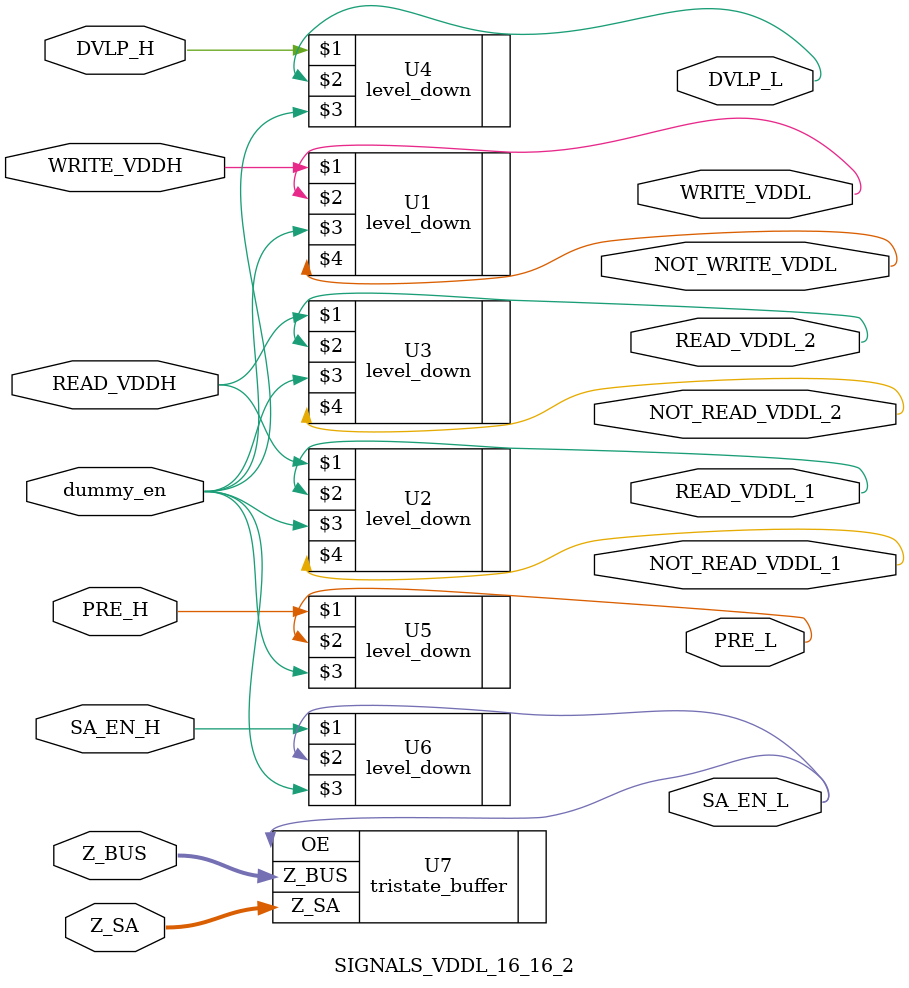
<source format=v>


`include "/ibe/users/da220/Cadence/WORK_TSMC180FORTE/DIGITAL/rtl/level_down/level_down.v"
`include "/ibe/users/da220/Cadence/WORK_TSMC180FORTE/DIGITAL/rtl/tristate_buffer/tristate_buffer.v"

// NAME MODIFIED //
module SIGNALS_VDDL_16_16_2(
// END MODIFY NAME //
WRITE_VDDH,
READ_VDDH,
DVLP_H,
PRE_H,
SA_EN_H,
dummy_en,
WRITE_VDDL,
NOT_WRITE_VDDL,
READ_VDDL_1,
NOT_READ_VDDL_1,
READ_VDDL_2,
NOT_READ_VDDL_2,
DVLP_L,
PRE_L,
Z_SA,
//Z_WR,
Z_BUS,
SA_EN_L,
);

// SKILL MODIFICATIONS //
parameter B_SIZE = 2;
// END OF SKILL MODIFICATION //

// Inputs
input	WRITE_VDDH;
input	READ_VDDH;
input	DVLP_H;
input	PRE_H;
input	SA_EN_H;
input	dummy_en;

// Input Ouput
inout	[B_SIZE-1:0] Z_SA;
//inout	[B_SIZE-1:0] Z_WR;
inout	[B_SIZE-1:0] Z_BUS;

// Outputs
output	WRITE_VDDL;
output	NOT_WRITE_VDDL;
output	READ_VDDL_1;
output	NOT_READ_VDDL_1;
output	READ_VDDL_2;
output	NOT_READ_VDDL_2;
output 	DVLP_L;
output	PRE_L;
output	SA_EN_L;

// Wires
wire	WRITE_VDDH;
wire	READ_VDDH;
wire	DVLP_H;
wire	PRE_H;
wire	SA_EN_H;
wire	dummy_en;
wire	WRITE_VDDL;
wire	NOT_WRITE_VDDL;
wire	READ_VDDL_1;
wire	NOT_READ_VDDL_1;
wire	READ_VDDL_2;
wire	NOT_READ_VDDL_2;
wire 	DVLP_L;
wire	PRE_L;
wire	SA_EN_L;
wire	[B_SIZE-1:0] Z_BUS;
wire	[B_SIZE-1:0] Z_SA;
//wire	[B_SIZE-1:0] Z_WR;



level_down U1(WRITE_VDDH, WRITE_VDDL, dummy_en, NOT_WRITE_VDDL);
level_down U2(READ_VDDH, READ_VDDL_1, dummy_en, NOT_READ_VDDL_1);
level_down U3(READ_VDDH, READ_VDDL_2, dummy_en, NOT_READ_VDDL_2);
level_down U4(DVLP_H, DVLP_L, dummy_en,);
level_down U5(PRE_H, PRE_L, dummy_en,);
level_down U6(SA_EN_H, SA_EN_L, dummy_en,);
tristate_buffer #(B_SIZE) U7(
.Z_SA	(Z_SA),
//.Z_WR	(Z_WR),
.Z_BUS	(Z_BUS),
.OE		(SA_EN_L)
);

endmodule
</source>
